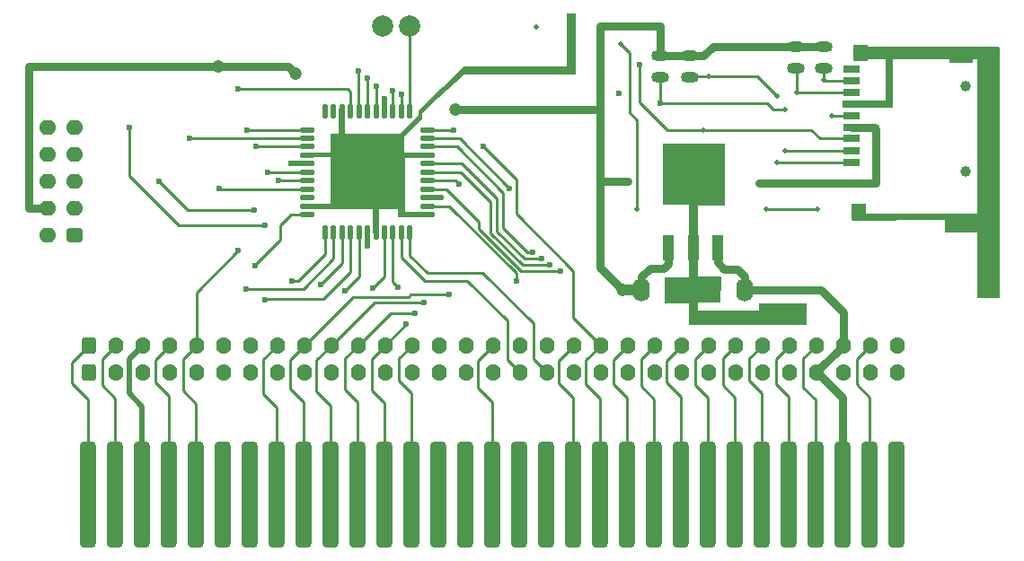
<source format=gbl>
G04 Layer_Physical_Order=2*
G04 Layer_Color=16711680*
%FSAX24Y24*%
%MOIN*%
G70*
G01*
G75*
%ADD10O,0.0669X0.0394*%
G04:AMPARAMS|DCode=11|XSize=59.1mil|YSize=393.7mil|CornerRadius=14.8mil|HoleSize=0mil|Usage=FLASHONLY|Rotation=0.000|XOffset=0mil|YOffset=0mil|HoleType=Round|Shape=RoundedRectangle|*
%AMROUNDEDRECTD11*
21,1,0.0591,0.3642,0,0,0.0*
21,1,0.0295,0.3937,0,0,0.0*
1,1,0.0295,0.0148,-0.1821*
1,1,0.0295,-0.0148,-0.1821*
1,1,0.0295,-0.0148,0.1821*
1,1,0.0295,0.0148,0.1821*
%
%ADD11ROUNDEDRECTD11*%
%ADD17C,0.0098*%
%ADD18C,0.0295*%
%ADD19C,0.0197*%
%ADD20O,0.0551X0.0630*%
G04:AMPARAMS|DCode=21|XSize=55.1mil|YSize=63mil|CornerRadius=13.8mil|HoleSize=0mil|Usage=FLASHONLY|Rotation=0.000|XOffset=0mil|YOffset=0mil|HoleType=Round|Shape=RoundedRectangle|*
%AMROUNDEDRECTD21*
21,1,0.0551,0.0354,0,0,0.0*
21,1,0.0276,0.0630,0,0,0.0*
1,1,0.0276,0.0138,-0.0177*
1,1,0.0276,-0.0138,-0.0177*
1,1,0.0276,-0.0138,0.0177*
1,1,0.0276,0.0138,0.0177*
%
%ADD21ROUNDEDRECTD21*%
%ADD22O,0.0630X0.0551*%
G04:AMPARAMS|DCode=23|XSize=55.1mil|YSize=63mil|CornerRadius=13.8mil|HoleSize=0mil|Usage=FLASHONLY|Rotation=90.000|XOffset=0mil|YOffset=0mil|HoleType=Round|Shape=RoundedRectangle|*
%AMROUNDEDRECTD23*
21,1,0.0551,0.0354,0,0,90.0*
21,1,0.0276,0.0630,0,0,90.0*
1,1,0.0276,0.0177,0.0138*
1,1,0.0276,0.0177,-0.0138*
1,1,0.0276,-0.0177,-0.0138*
1,1,0.0276,-0.0177,0.0138*
%
%ADD23ROUNDEDRECTD23*%
%ADD24C,0.0787*%
%ADD25C,0.0197*%
%ADD26C,0.0472*%
%ADD27C,0.0236*%
%ADD28C,0.0394*%
%ADD29C,0.0551*%
%ADD30O,0.0217X0.0551*%
%ADD31O,0.0551X0.0217*%
%ADD32R,0.0866X0.0472*%
%ADD33R,0.0630X0.0276*%
%ADD34R,0.0551X0.0630*%
%ADD35R,0.1299X0.0925*%
%ADD36R,0.0394X0.0925*%
%ADD37O,0.0630X0.0866*%
%ADD38C,0.0394*%
G36*
X044311Y026467D02*
X043337D01*
X043337Y023839D01*
X044183Y023839D01*
X044183Y023730D01*
X044173Y022884D01*
X043337D01*
X043337Y022569D01*
X045591D01*
X045591Y022854D01*
X047372D01*
Y022037D01*
X042982Y022037D01*
X042982Y022854D01*
X042106Y022854D01*
X042106Y023809D01*
X042982D01*
Y026516D01*
X042041D01*
X042037Y026526D01*
Y028789D01*
X044311D01*
Y026467D01*
D02*
G37*
G36*
X049636Y032392D02*
X054486D01*
X054528Y032350D01*
X054528Y023031D01*
X053681D01*
X053681Y025463D01*
X052490D01*
Y025946D01*
X052333Y025945D01*
X049071Y025925D01*
X049035Y025961D01*
Y026555D01*
X049518D01*
Y026191D01*
X053681D01*
Y031132D01*
X053681Y031909D01*
X050561D01*
Y030118D01*
X048701D01*
Y030374D01*
X050305D01*
Y031909D01*
X049803D01*
X049094Y031909D01*
X049094Y032451D01*
X049636Y032451D01*
Y032392D01*
D02*
G37*
G36*
X038780Y031344D02*
X034651D01*
X033396Y030197D01*
X033091Y029892D01*
Y029695D01*
X033081D01*
X032421Y029035D01*
X032431Y029026D01*
Y028435D01*
X032451Y028455D01*
X033406D01*
X033407Y028283D01*
X033372Y028248D01*
X032461D01*
Y026250D01*
X033420D01*
X033421Y026069D01*
X033386Y026033D01*
X032205D01*
Y026358D01*
X031496D01*
Y025433D01*
X031496Y025433D01*
X031449Y025433D01*
X031270D01*
Y026342D01*
X028740D01*
Y026555D01*
X029705D01*
Y028268D01*
X028740D01*
Y028455D01*
X029695D01*
Y029134D01*
X030010D01*
Y030087D01*
X030181Y030089D01*
X030217Y030053D01*
Y029144D01*
X032274Y029144D01*
X032963Y029833D01*
X032963Y030010D01*
X033061Y030108D01*
X033070Y030108D01*
X034651Y031646D01*
X038474D01*
Y033622D01*
X038780D01*
Y031344D01*
D02*
G37*
G54D10*
X041939Y031250D02*
D03*
Y032037D02*
D03*
X043012D02*
D03*
Y031250D02*
D03*
X046959Y031594D02*
D03*
X047992D02*
D03*
Y032382D02*
D03*
X046959D02*
D03*
G54D11*
X020699Y015748D02*
D03*
X021699D02*
D03*
X022699D02*
D03*
X023699D02*
D03*
X024699D02*
D03*
X025699D02*
D03*
X026699D02*
D03*
X027699D02*
D03*
X028699D02*
D03*
X029699D02*
D03*
X030699D02*
D03*
X031699D02*
D03*
X032699D02*
D03*
X033699D02*
D03*
X034699D02*
D03*
X035699D02*
D03*
X036699D02*
D03*
X037699D02*
D03*
X038699D02*
D03*
X039699D02*
D03*
X040699D02*
D03*
X041699D02*
D03*
X042699D02*
D03*
X043699D02*
D03*
X044699D02*
D03*
X045699D02*
D03*
X046699D02*
D03*
X047699D02*
D03*
X048699D02*
D03*
X049699D02*
D03*
X050699D02*
D03*
G54D17*
X020079Y019882D02*
X020699Y019262D01*
Y015748D01*
X021699D02*
Y019325D01*
X021220Y019803D01*
Y020780D01*
X021717Y021276D01*
X023189Y019921D02*
X023699Y019411D01*
Y015748D01*
X024699D02*
Y019120D01*
X024213Y019606D01*
Y020772D01*
X024717Y021276D01*
Y023260D01*
X026270Y024813D01*
X026875Y024237D02*
X027835Y025197D01*
Y025748D01*
X028228Y026142D01*
X028819D01*
X029488Y025472D02*
Y024675D01*
X028504Y023691D01*
X028268D01*
X028691Y023386D02*
X029803Y024498D01*
Y025472D01*
X030118D02*
Y024350D01*
X029311Y023543D01*
X029419Y023002D02*
X030433Y024016D01*
Y025472D01*
X030748D02*
Y023839D01*
X030217Y023307D01*
X030531Y023091D02*
X032579D01*
X032677Y023189D01*
X034104D01*
X034754Y023691D02*
X036250Y022195D01*
Y020742D01*
X036717Y020276D01*
X037224Y020768D02*
X037717Y020276D01*
X037224Y020768D02*
Y022096D01*
X035335Y023986D01*
X033278D01*
X032638Y024626D01*
Y025472D01*
X032323D02*
Y024547D01*
X033179Y023691D01*
X034754D01*
X036585Y023691D02*
Y023967D01*
X034094Y026457D01*
X033307D01*
X033307Y027087D02*
X033996D01*
X035207Y025876D01*
Y025610D01*
X036772Y024045D01*
X038238D01*
X038691Y024055D02*
X036585Y026161D01*
Y027441D01*
X035354Y028671D01*
X034577Y028031D02*
X035876Y026732D01*
Y025512D01*
X036890Y024498D01*
X037539D01*
X037825Y024272D02*
X037844Y024291D01*
X037825Y024272D02*
X036811D01*
X035630Y025453D01*
Y026604D01*
X034518Y027717D01*
X033307D01*
Y028031D02*
X034577D01*
X036093Y026959D02*
X034390Y028661D01*
X033307D01*
Y028976D02*
X034478D01*
X036329Y027126D01*
X036093Y026959D02*
Y025659D01*
X037008Y024744D01*
X037195D01*
X038691Y024055D02*
Y022301D01*
X039717Y021276D01*
X039173Y020732D01*
Y019843D01*
X039699Y019317D01*
Y015748D01*
X040699D02*
Y019341D01*
X040197Y019843D01*
Y020756D01*
X040717Y021276D01*
X041220Y020780D02*
X041717Y021276D01*
X042165Y020724D02*
X042717Y021276D01*
X042165Y020724D02*
Y019921D01*
X042699Y019388D01*
Y015748D01*
X041699D02*
Y019285D01*
X041220Y019764D01*
Y020780D01*
X043228Y019803D02*
X043699Y019333D01*
Y015748D01*
X044699D02*
Y019356D01*
X044252Y019803D01*
Y020811D01*
X044717Y021276D01*
X045236Y020795D02*
X045717Y021276D01*
X046220Y020780D02*
X046717Y021276D01*
X047244Y020803D02*
X047717Y021276D01*
X047699Y019270D02*
Y015748D01*
X049699D02*
Y019356D01*
X049213Y019843D01*
Y020772D01*
X049717Y021276D01*
X047699Y019270D02*
X047244Y019724D01*
Y020803D01*
X046699Y019364D02*
Y015748D01*
X045699D02*
Y019498D01*
X045236Y019961D01*
Y020795D01*
X046220Y019843D02*
X046699Y019364D01*
X046220Y020780D02*
Y019843D01*
X043228Y020787D02*
X043717Y021276D01*
X043228Y020787D02*
Y019803D01*
X038150Y020709D02*
X038717Y021276D01*
X038150Y020709D02*
Y019882D01*
X038699Y019333D01*
Y015748D01*
X035699Y019183D02*
Y015748D01*
X032699D02*
Y019506D01*
X032244Y019961D01*
Y020803D01*
X032717Y021276D01*
X032500Y022077D02*
X031717Y021293D01*
Y021276D01*
X031220Y020780D01*
Y019606D01*
X031699Y019128D01*
Y015748D01*
X030699D02*
Y019183D01*
X030236Y019646D01*
Y020795D01*
X030717Y021276D01*
X031931Y022490D01*
X032825D01*
X033169Y022884D02*
X031325D01*
X029717Y021276D01*
X029173Y020732D01*
Y019567D01*
X029699Y019041D01*
Y015748D01*
X028699D02*
Y019175D01*
X028189Y019685D01*
Y020748D01*
X028717Y021276D01*
X030531Y023091D01*
X031260Y023415D02*
X031693Y023848D01*
Y025472D01*
X032008Y025472D02*
Y023632D01*
X032205Y023435D01*
X035157Y020717D02*
X035717Y021276D01*
X035157Y020717D02*
Y019724D01*
X035699Y019183D01*
X029419Y023002D02*
X027244D01*
X026555Y023386D02*
X028691D01*
X027717Y021276D02*
X027205Y020764D01*
Y019488D01*
X027699Y018994D01*
Y015748D01*
X023189Y020748D02*
X023717Y021276D01*
X023189Y020748D02*
Y019921D01*
X020717Y021276D02*
X020079Y020638D01*
Y019882D01*
X024055Y025748D02*
X027274D01*
X026870Y026319D02*
X024400D01*
X023327Y027392D01*
X024459Y028976D02*
X026811D01*
X026811Y028976D01*
X028819D01*
X028819Y028661D02*
X028819Y028661D01*
X028819Y028661D02*
X026929D01*
X026604Y029281D02*
X028809D01*
X028819Y029291D01*
X028799Y029311D01*
X028799Y027736D02*
X028819Y027717D01*
X028799Y027736D02*
X028760Y027697D01*
X027372D01*
X027746Y027402D02*
X028819D01*
X028819Y027402D01*
X028780Y027362D01*
X028819Y027087D02*
X025591D01*
X025571Y027106D01*
X024055Y025748D02*
X022234Y027569D01*
Y029390D01*
X026270Y030807D02*
X030344D01*
X030433Y030719D01*
Y029961D01*
X030738Y029970D02*
X030748Y029961D01*
X030738Y029970D02*
Y031467D01*
X031388Y030915D02*
Y029970D01*
X031378Y029961D01*
X031063D02*
Y031220D01*
X032008Y030738D02*
Y029961D01*
X032008Y029961D01*
X033307Y029291D02*
X033317Y029281D01*
X034252D01*
X034311Y027402D02*
X034449Y027264D01*
X034311Y027402D02*
X033307D01*
X032638Y029961D02*
Y033138D01*
X032626Y033150D01*
X032333Y030600D02*
Y029970D01*
X032323Y029961D01*
X040463Y032470D02*
X040787Y032146D01*
Y029931D01*
X041073Y029646D01*
Y026339D01*
X043543Y029291D02*
X047539D01*
X047864Y028967D01*
X049016D01*
X049016Y028514D02*
X049016Y028514D01*
X049016Y028514D02*
X046565D01*
X047756Y026339D02*
X045846D01*
X046270Y028091D02*
X049006D01*
X049016Y028081D01*
Y029813D02*
X048317D01*
X048307Y029823D01*
X049016Y030679D02*
X046978D01*
Y031575D01*
X046959Y031594D01*
X046565Y030059D02*
X046132D01*
X045906Y030285D01*
X041929D01*
Y031240D01*
X041939Y031250D01*
X043012D02*
X043032Y031270D01*
X043740D01*
X045532D01*
X046161Y030640D01*
X046191D01*
X047992Y031112D02*
X049016D01*
X047992D02*
Y031594D01*
X043543Y029291D02*
X042195D01*
X041171Y030315D01*
Y031713D01*
G54D18*
X019185Y026362D02*
X018480D01*
Y031630D01*
X018494Y031644D01*
X025531D01*
X028130D01*
X028396Y031378D01*
X034321Y030049D02*
X039705D01*
Y033130D01*
X041929D01*
Y032047D01*
X041939Y032037D01*
X043012D01*
X043533D01*
X043878Y032382D01*
X046959D01*
X047992D01*
X049016Y029380D02*
X049882D01*
X049941Y029321D01*
Y027313D01*
X045591D01*
X044055Y024921D02*
Y024370D01*
X044301Y024124D01*
X044793D01*
X045059Y023858D01*
Y023346D01*
X047894D01*
X048717Y022524D01*
Y021276D01*
X047736Y020295D01*
X048699Y019333D01*
Y015748D01*
X041230Y023337D02*
X041240Y023346D01*
Y023829D01*
X041555Y024144D01*
X042077D01*
X042244Y024311D01*
Y024921D01*
X040532Y023337D02*
X039705Y024163D01*
Y027372D01*
Y030049D01*
Y027372D02*
X039715Y027362D01*
X040718D01*
G54D19*
X022224Y019498D02*
X022699Y019024D01*
Y015748D01*
X022224Y019498D02*
Y020783D01*
X022717Y021276D01*
X028819Y028031D02*
X028228D01*
X028228Y028031D01*
X031063Y024961D02*
Y025472D01*
X033307Y026772D02*
X033307Y026772D01*
X033780D01*
X031693Y029961D02*
Y030433D01*
Y029961D02*
X031693Y029961D01*
G54D20*
X021717Y020276D02*
D03*
Y021276D02*
D03*
X022717D02*
D03*
Y020276D02*
D03*
X023717D02*
D03*
X023717Y021276D02*
D03*
X024717D02*
D03*
X024717Y020276D02*
D03*
X025717D02*
D03*
X025717Y021276D02*
D03*
X026717Y021276D02*
D03*
Y020276D02*
D03*
X027717D02*
D03*
Y021276D02*
D03*
X028717Y021276D02*
D03*
X028717Y020276D02*
D03*
X029717D02*
D03*
Y021276D02*
D03*
X030717Y021276D02*
D03*
Y020276D02*
D03*
X031717D02*
D03*
Y021276D02*
D03*
X032717Y021276D02*
D03*
Y020276D02*
D03*
X033717D02*
D03*
X033717Y021276D02*
D03*
X034717D02*
D03*
Y020276D02*
D03*
X035717D02*
D03*
Y021276D02*
D03*
X036717Y021276D02*
D03*
Y020276D02*
D03*
X037717D02*
D03*
X037717Y021276D02*
D03*
X038717Y021276D02*
D03*
Y020276D02*
D03*
X039717D02*
D03*
Y021276D02*
D03*
X040717D02*
D03*
Y020276D02*
D03*
X041717D02*
D03*
Y021276D02*
D03*
X042717D02*
D03*
X042717Y020276D02*
D03*
X043717D02*
D03*
Y021276D02*
D03*
X044717Y021276D02*
D03*
Y020276D02*
D03*
X045717D02*
D03*
Y021276D02*
D03*
X046717D02*
D03*
X046717Y020276D02*
D03*
X047717D02*
D03*
X048717D02*
D03*
Y021276D02*
D03*
X047717Y021276D02*
D03*
X049717Y021276D02*
D03*
Y020276D02*
D03*
X050717D02*
D03*
Y021276D02*
D03*
G54D21*
X020717Y020276D02*
D03*
Y021276D02*
D03*
G54D22*
X019185Y025362D02*
D03*
Y026362D02*
D03*
Y027362D02*
D03*
X020185D02*
D03*
Y026362D02*
D03*
Y028362D02*
D03*
X019185D02*
D03*
Y029362D02*
D03*
X020185D02*
D03*
G54D23*
X020185Y025362D02*
D03*
G54D24*
X032626Y033150D02*
D03*
X031626D02*
D03*
G54D25*
X037982Y031496D02*
D03*
X037313Y033110D02*
D03*
X038632Y033504D02*
D03*
X040463Y032470D02*
D03*
X043543Y029291D02*
D03*
X042933Y028593D02*
D03*
X045591Y027313D02*
D03*
X045846Y026339D02*
D03*
X046565Y028514D02*
D03*
X047756Y026339D02*
D03*
X046270Y028091D02*
D03*
X048307Y029823D02*
D03*
X048002Y031132D02*
D03*
X046998Y030669D02*
D03*
X046565Y030059D02*
D03*
X046270Y030531D02*
D03*
X043740Y031270D02*
D03*
X040718Y027362D02*
D03*
X041073Y026339D02*
D03*
X043159Y025906D02*
D03*
G54D26*
X028396Y031378D02*
D03*
X025531Y031644D02*
D03*
X034321Y030049D02*
D03*
X040532Y023337D02*
D03*
G54D27*
X026555Y023386D02*
D03*
X027254Y022982D02*
D03*
X028268Y023691D02*
D03*
X029311Y023543D02*
D03*
X030217Y023307D02*
D03*
X031260Y023415D02*
D03*
X032825Y022490D02*
D03*
X032500Y022077D02*
D03*
X034104Y023189D02*
D03*
X033169Y022884D02*
D03*
X032205Y023435D02*
D03*
X031063Y024961D02*
D03*
X033780Y026772D02*
D03*
X034449Y027264D02*
D03*
X036329Y027126D02*
D03*
X037195Y024744D02*
D03*
X037539Y024498D02*
D03*
X037844Y024291D02*
D03*
X038238Y024045D02*
D03*
X036585Y023691D02*
D03*
X035354Y028671D02*
D03*
X034252Y029281D02*
D03*
X032333Y030600D02*
D03*
X031063Y031220D02*
D03*
X031388Y030915D02*
D03*
X031693Y030433D02*
D03*
X032008Y030738D02*
D03*
X030738Y031467D02*
D03*
X028228Y028031D02*
D03*
X027746Y027402D02*
D03*
X026929Y028661D02*
D03*
X026604Y029281D02*
D03*
X027372Y027697D02*
D03*
X026870Y026319D02*
D03*
X027274Y025748D02*
D03*
X026880Y024232D02*
D03*
X026270Y024813D02*
D03*
X025571Y027106D02*
D03*
X024459Y028976D02*
D03*
X023327Y027392D02*
D03*
X022234Y029390D02*
D03*
X026270Y030807D02*
D03*
X040384Y030640D02*
D03*
X041171Y031713D02*
D03*
X041929Y030285D02*
D03*
X046545Y023366D02*
D03*
G54D28*
X053268Y027746D02*
D03*
Y030896D02*
D03*
G54D29*
X031024Y027736D02*
D03*
X047047Y022421D02*
D03*
X054065Y023376D02*
D03*
G54D30*
X029488Y025472D02*
D03*
X029803D02*
D03*
X030118D02*
D03*
X030433Y025472D02*
D03*
X030748D02*
D03*
X031063D02*
D03*
X031378Y025472D02*
D03*
X031693D02*
D03*
X032008Y025472D02*
D03*
X032323D02*
D03*
X032638D02*
D03*
Y029961D02*
D03*
X032323D02*
D03*
X032008D02*
D03*
X031693D02*
D03*
X031378D02*
D03*
X031063D02*
D03*
X030748D02*
D03*
X030433D02*
D03*
X030118Y029961D02*
D03*
X029803D02*
D03*
X029488Y029961D02*
D03*
G54D31*
X028819Y026142D02*
D03*
Y026457D02*
D03*
Y026772D02*
D03*
X028819Y027087D02*
D03*
Y027402D02*
D03*
Y027717D02*
D03*
X028819Y028031D02*
D03*
Y028346D02*
D03*
X028819Y028661D02*
D03*
Y028976D02*
D03*
Y029291D02*
D03*
X033307Y026142D02*
D03*
X033307Y026457D02*
D03*
Y026772D02*
D03*
X033307Y027087D02*
D03*
Y027402D02*
D03*
Y027717D02*
D03*
Y028031D02*
D03*
Y028346D02*
D03*
Y028661D02*
D03*
Y028976D02*
D03*
Y029291D02*
D03*
G54D32*
X053110Y025896D02*
D03*
Y031998D02*
D03*
G54D33*
X049016Y028081D02*
D03*
Y028514D02*
D03*
Y028967D02*
D03*
Y029380D02*
D03*
Y029813D02*
D03*
X049016Y030246D02*
D03*
X049016Y030679D02*
D03*
Y031112D02*
D03*
Y031535D02*
D03*
G54D34*
X049291Y026230D02*
D03*
X049370Y032136D02*
D03*
G54D35*
X043150Y027303D02*
D03*
G54D36*
X042244Y024921D02*
D03*
X043150D02*
D03*
X044055D02*
D03*
G54D37*
X041240Y023346D02*
D03*
X042461D02*
D03*
X043839D02*
D03*
X045059D02*
D03*
G54D38*
X040532Y023337D02*
X041230D01*
M02*

</source>
